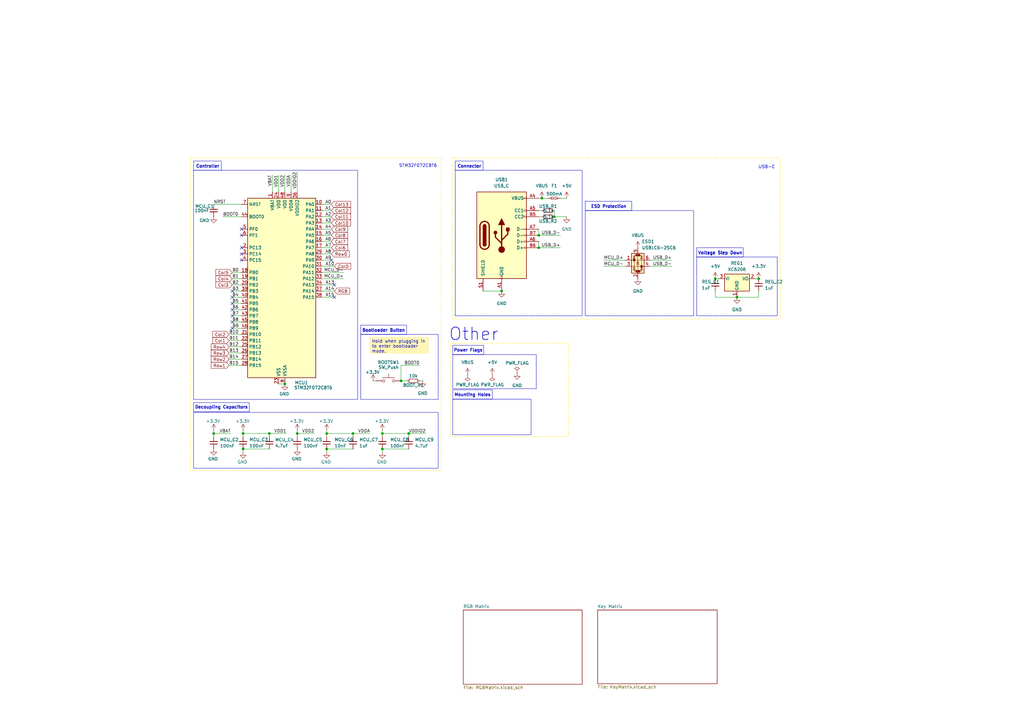
<source format=kicad_sch>
(kicad_sch (version 20231120) (generator "eeschema") (generator_version "8.0")
  (paper "A3")
  (lib_symbols
    (symbol "Connector:USB_C_Receptacle_USB2.0_14P" (pin_names (offset 1.016))
      (property "Reference" "J" (at 0 22.225 0))
      (property "Value" "USB_C_Receptacle_USB2.0_14P" (at 0 19.685 0))
      (symbol "USB_C_Receptacle_USB2.0_14P_0_0"
        (rectangle (start -0.254 -17.78) (end 0.254 -16.764))
        (rectangle (start 10.16 -4.826) (end 9.144 -5.334))
        (rectangle (start 10.16 -2.286) (end 9.144 -2.794))
        (rectangle (start 10.16 0.254) (end 9.144 -0.254))
        (rectangle (start 10.16 2.794) (end 9.144 2.286))
        (rectangle (start 10.16 7.874) (end 9.144 7.366))
        (rectangle (start 10.16 10.414) (end 9.144 9.906))
        (rectangle (start 10.16 15.494) (end 9.144 14.986))
      )
      (symbol "USB_C_Receptacle_USB2.0_14P_0_1"
        (rectangle (start -10.16 17.78) (end 10.16 -17.78) (stroke (width 0.254)) (fill (type background)))
        (arc (start -8.89 -3.81) (mid -6.985 -5.7067) (end -5.08 -3.81) (stroke (width 0.508)))
        (arc (start -7.62 -3.81) (mid -6.985 -4.4423) (end -6.35 -3.81) (stroke (width 0.254)))
        (arc (start -7.62 -3.81) (mid -6.985 -4.4423) (end -6.35 -3.81) (stroke (width 0.254)) (fill (type outline)))
        (rectangle (start -7.62 -3.81) (end -6.35 3.81) (stroke (width 0.254)) (fill (type outline)))
        (arc (start -6.35 3.81) (mid -6.985 4.4423) (end -7.62 3.81) (stroke (width 0.254)))
        (arc (start -6.35 3.81) (mid -6.985 4.4423) (end -7.62 3.81) (stroke (width 0.254)) (fill (type outline)))
        (arc (start -5.08 3.81) (mid -6.985 5.7067) (end -8.89 3.81) (stroke (width 0.508)))
        (circle (center -2.54 1.143) (radius 0.635) (stroke (width 0.254)) (fill (type outline)))
        (circle (center 0 -5.842) (radius 1.27) (fill (type outline)))
        (polyline (pts (xy -8.89 -3.81) (xy -8.89 3.81)) (stroke (width 0.508)))
        (polyline (pts (xy -5.08 3.81) (xy -5.08 -3.81)) (stroke (width 0.508)))
        (polyline (pts (xy 0 -5.842) (xy 0 4.318)) (stroke (width 0.508)))
        (polyline (pts (xy 0 -3.302) (xy -2.54 -0.762) (xy -2.54 0.508)) (stroke (width 0.508)))
        (polyline (pts (xy 0 -2.032) (xy 2.54 0.508) (xy 2.54 1.778)) (stroke (width 0.508)))
        (polyline (pts (xy -1.27 4.318) (xy 0 6.858) (xy 1.27 4.318) (xy -1.27 4.318)) (stroke (width 0.254)) (fill (type outline)))
        (rectangle (start 1.905 1.778) (end 3.175 3.048) (stroke (width 0.254)) (fill (type outline)))
      )
      (symbol "USB_C_Receptacle_USB2.0_14P_1_1"
        (pin passive line (at 0 -22.86 90) (length 5.08) (name "GND") (number "A1"))
        (pin passive line (at 0 -22.86 90) (length 5.08) hide (name "GND") (number "A12"))
        (pin passive line (at 15.24 15.24 180) (length 5.08) (name "VBUS") (number "A4"))
        (pin bidirectional line (at 15.24 10.16 180) (length 5.08) (name "CC1") (number "A5"))
        (pin bidirectional line (at 15.24 -2.54 180) (length 5.08) (name "D+") (number "A6"))
        (pin bidirectional line (at 15.24 2.54 180) (length 5.08) (name "D-") (number "A7"))
        (pin passive line (at 15.24 15.24 180) (length 5.08) hide (name "VBUS") (number "A9"))
        (pin passive line (at 0 -22.86 90) (length 5.08) hide (name "GND") (number "B1"))
        (pin passive line (at 0 -22.86 90) (length 5.08) hide (name "GND") (number "B12"))
        (pin passive line (at 15.24 15.24 180) (length 5.08) hide (name "VBUS") (number "B4"))
        (pin bidirectional line (at 15.24 7.62 180) (length 5.08) (name "CC2") (number "B5"))
        (pin bidirectional line (at 15.24 -5.08 180) (length 5.08) (name "D+") (number "B6"))
        (pin bidirectional line (at 15.24 0 180) (length 5.08) (name "D-") (number "B7"))
        (pin passive line (at 15.24 15.24 180) (length 5.08) hide (name "VBUS") (number "B9"))
        (pin passive line (at -7.62 -22.86 90) (length 5.08) (name "SHIELD") (number "S1"))
      )
    )
    (symbol "Device:C_Small" (pin_numbers hide) (pin_names (offset 0.254) hide)
      (property "Reference" "C" (at 0.254 1.778 0))
      (property "Value" "C_Small" (at 0.254 -2.032 0))
      (symbol "C_Small_0_1"
        (polyline (pts (xy -1.524 -0.508) (xy 1.524 -0.508)) (stroke (width 0.3302)))
        (polyline (pts (xy -1.524 0.508) (xy 1.524 0.508)) (stroke (width 0.3048)))
      )
      (symbol "C_Small_1_1"
        (pin passive line (at 0 2.54 270) (length 2.032) (name "~") (number "1"))
        (pin passive line (at 0 -2.54 90) (length 2.032) (name "~") (number "2"))
      )
    )
    (symbol "Device:Fuse_Small" (pin_numbers hide) (pin_names (offset 0.254) hide)
      (property "Reference" "F" (at 0 -1.524 0))
      (property "Value" "Fuse_Small" (at 0 1.524 0))
      (symbol "Fuse_Small_0_1"
        (rectangle (start -1.27 0.508) (end 1.27 -0.508))
        (polyline (pts (xy -1.27 0) (xy 1.27 0)))
      )
      (symbol "Fuse_Small_1_1"
        (pin passive line (at -2.54 0 0) (length 1.27) (name "~") (number "1"))
        (pin passive line (at 2.54 0 180) (length 1.27) (name "~") (number "2"))
      )
    )
    (symbol "Device:R_Small" (pin_numbers hide) (pin_names (offset 0.254) hide)
      (property "Reference" "R" (at 0.762 0.508 0))
      (property "Value" "R_Small" (at 0.762 -1.016 0))
      (symbol "R_Small_0_1"
        (rectangle (start -0.762 1.778) (end 0.762 -1.778) (stroke (width 0.2032)))
      )
      (symbol "R_Small_1_1"
        (pin passive line (at 0 2.54 270) (length 0.762) (name "~") (number "1"))
        (pin passive line (at 0 -2.54 90) (length 0.762) (name "~") (number "2"))
      )
    )
    (symbol "MCU_ST_STM32F0:STM32F072CBTx"
      (property "Reference" "U" (at -12.7 39.37 0))
      (property "Value" "STM32F072CBTx" (at 10.16 39.37 0))
      (symbol "STM32F072CBTx_0_1"
        (rectangle (start -12.7 -35.56) (end 15.24 38.1) (stroke (width 0.254)) (fill (type background)))
      )
      (symbol "STM32F072CBTx_1_1"
        (pin power_in line (at -2.54 40.64 270) (length 2.54) (name "VBAT") (number "1"))
        (pin bidirectional line (at 17.78 35.56 180) (length 2.54) (name "PA0") (number "10"))
        (pin bidirectional line (at 17.78 33.02 180) (length 2.54) (name "PA1") (number "11"))
        (pin bidirectional line (at 17.78 30.48 180) (length 2.54) (name "PA2") (number "12"))
        (pin bidirectional line (at 17.78 27.94 180) (length 2.54) (name "PA3") (number "13"))
        (pin bidirectional line (at 17.78 25.4 180) (length 2.54) (name "PA4") (number "14"))
        (pin bidirectional line (at 17.78 22.86 180) (length 2.54) (name "PA5") (number "15"))
        (pin bidirectional line (at 17.78 20.32 180) (length 2.54) (name "PA6") (number "16"))
        (pin bidirectional line (at 17.78 17.78 180) (length 2.54) (name "PA7") (number "17"))
        (pin bidirectional line (at -15.24 7.62 0) (length 2.54) (name "PB0") (number "18"))
        (pin bidirectional line (at -15.24 5.08 0) (length 2.54) (name "PB1") (number "19"))
        (pin bidirectional line (at -15.24 17.78 0) (length 2.54) (name "PC13") (number "2"))
        (pin bidirectional line (at -15.24 2.54 0) (length 2.54) (name "PB2") (number "20"))
        (pin bidirectional line (at -15.24 -17.78 0) (length 2.54) (name "PB10") (number "21"))
        (pin bidirectional line (at -15.24 -20.32 0) (length 2.54) (name "PB11") (number "22"))
        (pin power_in line (at 0 -38.1 90) (length 2.54) (name "VSS") (number "23"))
        (pin power_in line (at 0 40.64 270) (length 2.54) (name "VDD") (number "24"))
        (pin bidirectional line (at -15.24 -22.86 0) (length 2.54) (name "PB12") (number "25"))
        (pin bidirectional line (at -15.24 -25.4 0) (length 2.54) (name "PB13") (number "26"))
        (pin bidirectional line (at -15.24 -27.94 0) (length 2.54) (name "PB14") (number "27"))
        (pin bidirectional line (at -15.24 -30.48 0) (length 2.54) (name "PB15") (number "28"))
        (pin bidirectional line (at 17.78 15.24 180) (length 2.54) (name "PA8") (number "29"))
        (pin bidirectional line (at -15.24 15.24 0) (length 2.54) (name "PC14") (number "3"))
        (pin bidirectional line (at 17.78 12.7 180) (length 2.54) (name "PA9") (number "30"))
        (pin bidirectional line (at 17.78 10.16 180) (length 2.54) (name "PA10") (number "31"))
        (pin bidirectional line (at 17.78 7.62 180) (length 2.54) (name "PA11") (number "32"))
        (pin bidirectional line (at 17.78 5.08 180) (length 2.54) (name "PA12") (number "33"))
        (pin bidirectional line (at 17.78 2.54 180) (length 2.54) (name "PA13") (number "34"))
        (pin passive line (at 0 -38.1 90) (length 2.54) hide (name "VSS") (number "35"))
        (pin power_in line (at 7.62 40.64 270) (length 2.54) (name "VDDIO2") (number "36"))
        (pin bidirectional line (at 17.78 0 180) (length 2.54) (name "PA14") (number "37"))
        (pin bidirectional line (at 17.78 -2.54 180) (length 2.54) (name "PA15") (number "38"))
        (pin bidirectional line (at -15.24 0 0) (length 2.54) (name "PB3") (number "39"))
        (pin bidirectional line (at -15.24 12.7 0) (length 2.54) (name "PC15") (number "4"))
        (pin bidirectional line (at -15.24 -2.54 0) (length 2.54) (name "PB4") (number "40"))
        (pin bidirectional line (at -15.24 -5.08 0) (length 2.54) (name "PB5") (number "41"))
        (pin bidirectional line (at -15.24 -7.62 0) (length 2.54) (name "PB6") (number "42"))
        (pin bidirectional line (at -15.24 -10.16 0) (length 2.54) (name "PB7") (number "43"))
        (pin input line (at -15.24 30.48 0) (length 2.54) (name "BOOT0") (number "44"))
        (pin bidirectional line (at -15.24 -12.7 0) (length 2.54) (name "PB8") (number "45"))
        (pin bidirectional line (at -15.24 -15.24 0) (length 2.54) (name "PB9") (number "46"))
        (pin passive line (at 0 -38.1 90) (length 2.54) hide (name "VSS") (number "47"))
        (pin power_in line (at 2.54 40.64 270) (length 2.54) (name "VDD") (number "48"))
        (pin bidirectional line (at -15.24 25.4 0) (length 2.54) (name "PF0") (number "5"))
        (pin bidirectional line (at -15.24 22.86 0) (length 2.54) (name "PF1") (number "6"))
        (pin input line (at -15.24 35.56 0) (length 2.54) (name "NRST") (number "7"))
        (pin power_in line (at 2.54 -38.1 90) (length 2.54) (name "VSSA") (number "8"))
        (pin power_in line (at 5.08 40.64 270) (length 2.54) (name "VDDA") (number "9"))
      )
    )
    (symbol "Power_Protection:USBLC6-2SC6" (pin_names hide)
      (property "Reference" "U" (at 0.635 5.715 0))
      (property "Value" "USBLC6-2SC6" (at 0.635 3.81 0))
      (symbol "USBLC6-2SC6_0_0"
        (circle (center -1.524 0) (radius 0.0001) (stroke (width 0.508)))
        (circle (center -0.508 -4.572) (radius 0.0001) (stroke (width 0.508)))
        (circle (center -0.508 2.032) (radius 0.0001) (stroke (width 0.508)))
        (circle (center 0.508 -4.572) (radius 0.0001) (stroke (width 0.508)))
        (circle (center 0.508 2.032) (radius 0.0001) (stroke (width 0.508)))
        (circle (center 1.524 -2.54) (radius 0.0001) (stroke (width 0.508)))
      )
      (symbol "USBLC6-2SC6_0_1"
        (polyline (pts (xy -2.54 -2.54) (xy 2.54 -2.54)))
        (polyline (pts (xy -2.54 0) (xy 2.54 0)))
        (polyline (pts (xy -2.032 -3.048) (xy -1.016 -3.048)))
        (polyline (pts (xy -1.016 1.524) (xy -2.032 1.524)))
        (polyline (pts (xy 1.016 -3.048) (xy 2.032 -3.048)))
        (polyline (pts (xy 1.016 1.524) (xy 2.032 1.524)))
        (polyline (pts (xy -0.508 -1.143) (xy -0.508 -0.762) (xy 0.508 -0.762)))
        (polyline (pts (xy -2.032 0.508) (xy -1.016 0.508) (xy -1.524 1.524) (xy -2.032 0.508)))
        (polyline (pts (xy -1.016 -4.064) (xy -2.032 -4.064) (xy -1.524 -3.048) (xy -1.016 -4.064)))
        (polyline (pts (xy 0.508 -1.778) (xy -0.508 -1.778) (xy 0 -0.762) (xy 0.508 -1.778)))
        (polyline (pts (xy 2.032 -4.064) (xy 1.016 -4.064) (xy 1.524 -3.048) (xy 2.032 -4.064)))
        (polyline (pts (xy 2.032 0.508) (xy 1.016 0.508) (xy 1.524 1.524) (xy 2.032 0.508)))
        (polyline (pts (xy 0 2.54) (xy -0.508 2.032) (xy 0.508 2.032) (xy 0 1.524) (xy 0 -4.064) (xy -0.508 -4.572) (xy 0.508 -4.572) (xy 0 -5.08)))
      )
      (symbol "USBLC6-2SC6_1_1"
        (rectangle (start -2.54 2.794) (end 2.54 -5.334) (stroke (width 0.254)) (fill (type background)))
        (polyline (pts (xy -0.508 2.032) (xy -1.524 2.032) (xy -1.524 -4.572) (xy -0.508 -4.572)))
        (polyline (pts (xy 0.508 -4.572) (xy 1.524 -4.572) (xy 1.524 2.032) (xy 0.508 2.032)))
        (pin passive line (at -5.08 0 0) (length 2.54) (name "I/O1") (number "1"))
        (pin passive line (at 0 -7.62 90) (length 2.54) (name "GND") (number "2"))
        (pin passive line (at -5.08 -2.54 0) (length 2.54) (name "I/O2") (number "3"))
        (pin passive line (at 5.08 -2.54 180) (length 2.54) (name "I/O2") (number "4"))
        (pin passive line (at 0 5.08 270) (length 2.54) (name "VBUS") (number "5"))
        (pin passive line (at 5.08 0 180) (length 2.54) (name "I/O1") (number "6"))
      )
    )
    (symbol "Regulator_Linear:XC6206PxxxMR" (pin_names (offset 0.254))
      (property "Reference" "U" (at -3.81 3.175 0))
      (property "Value" "XC6206PxxxMR" (at 0 3.175 0))
      (symbol "XC6206PxxxMR_0_1"
        (rectangle (start -5.08 1.905) (end 5.08 -5.08) (stroke (width 0.254)) (fill (type background)))
      )
      (symbol "XC6206PxxxMR_1_1"
        (pin power_in line (at 0 -7.62 90) (length 2.54) (name "GND") (number "1"))
        (pin power_out line (at 7.62 0 180) (length 2.54) (name "VO") (number "2"))
        (pin power_in line (at -7.62 0 0) (length 2.54) (name "VI") (number "3"))
      )
    )
    (symbol "Switch:SW_Push" (pin_numbers hide) (pin_names (offset 1.016) hide)
      (property "Reference" "SW" (at 1.27 2.54 0))
      (property "Value" "SW_Push" (at 0 -1.524 0))
      (symbol "SW_Push_0_1"
        (circle (center -2.032 0) (radius 0.508))
        (polyline (pts (xy 0 1.27) (xy 0 3.048)))
        (polyline (pts (xy 2.54 1.27) (xy -2.54 1.27)))
        (circle (center 2.032 0) (radius 0.508))
        (pin passive line (at -5.08 0 0) (length 2.54) (name "1") (number "1"))
        (pin passive line (at 5.08 0 180) (length 2.54) (name "2") (number "2"))
      )
    )
    (symbol "power:+3.3V" (power) (pin_numbers hide) (pin_names (offset 0) hide)
      (property "Value" "+3.3V" (at 0 3.556 0))
      (symbol "+3.3V_0_1"
        (polyline (pts (xy -0.762 1.27) (xy 0 2.54)))
        (polyline (pts (xy 0 0) (xy 0 2.54)))
        (polyline (pts (xy 0 2.54) (xy 0.762 1.27)))
      )
      (symbol "+3.3V_1_1"
        (pin power_in line (at 0 0 90) (length 0) (name "~") (number "1"))
      )
    )
    (symbol "power:+5V" (power) (pin_numbers hide) (pin_names (offset 0) hide)
      (property "Value" "+5V" (at 0 3.556 0))
      (symbol "+5V_0_1"
        (polyline (pts (xy -0.762 1.27) (xy 0 2.54)))
        (polyline (pts (xy 0 0) (xy 0 2.54)))
        (polyline (pts (xy 0 2.54) (xy 0.762 1.27)))
      )
      (symbol "+5V_1_1"
        (pin power_in line (at 0 0 90) (length 0) (name "~") (number "1"))
      )
    )
    (symbol "power:GND" (power) (pin_numbers hide) (pin_names (offset 0) hide)
      (property "Value" "GND" (at 0 -3.81 0))
      (symbol "GND_0_1"
        (polyline (pts (xy 0 0) (xy 0 -1.27) (xy 1.27 -1.27) (xy 0 -2.54) (xy -1.27 -1.27) (xy 0 -1.27)))
      )
      (symbol "GND_1_1"
        (pin power_in line (at 0 0 270) (length 0) (name "~") (number "1"))
      )
    )
    (symbol "power:PWR_FLAG" (power) (pin_numbers hide) (pin_names (offset 0) hide)
      (property "Value" "PWR_FLAG" (at 0 3.81 0))
      (symbol "PWR_FLAG_0_0"
        (pin power_out line (at 0 0 90) (length 0) (name "~") (number "1"))
      )
      (symbol "PWR_FLAG_0_1"
        (polyline (pts (xy 0 0) (xy 0 1.27) (xy -1.016 1.905) (xy 0 2.54) (xy 1.016 1.905) (xy 0 1.27)))
      )
    )
    (symbol "power:VBUS" (power) (pin_numbers hide) (pin_names (offset 0) hide)
      (property "Value" "VBUS" (at 0 3.556 0))
      (symbol "VBUS_0_1"
        (polyline (pts (xy -0.762 1.27) (xy 0 2.54)))
        (polyline (pts (xy 0 0) (xy 0 2.54)))
        (polyline (pts (xy 0 2.54) (xy 0.762 1.27)))
      )
      (symbol "VBUS_1_1"
        (pin power_in line (at 0 0 90) (length 0) (name "~") (number "1"))
      )
    )
  )
  (junction (at 99.695 184.15))
  (junction (at 220.98 96.52))
  (junction (at 167.64 177.8))
  (junction (at 227.33 88.9))
  (junction (at 164.465 156.21))
  (junction (at 311.15 114.3))
  (junction (at 156.845 177.8))
  (junction (at 133.985 184.15))
  (junction (at 110.49 177.8))
  (junction (at 156.845 184.15))
  (junction (at 222.25 81.28))
  (junction (at 293.37 114.3))
  (junction (at 302.26 121.92))
  (junction (at 121.92 177.8))
  (junction (at 99.695 177.8))
  (junction (at 116.84 157.48))
  (junction (at 144.78 177.8))
  (junction (at 205.74 119.38))
  (junction (at 220.98 101.6))
  (junction (at 87.63 177.8))
  (junction (at 133.985 177.8))
  (no_connect (at 95.25 134.62))
  (no_connect (at 95.25 119.38))
  (no_connect (at 95.25 132.08))
  (no_connect (at 137.16 116.84))
  (no_connect (at 95.25 124.46))
  (no_connect (at 137.16 121.92))
  (no_connect (at 95.25 127))
  (no_connect (at 99.06 96.52))
  (no_connect (at 95.25 129.54))
  (no_connect (at 99.06 101.6))
  (no_connect (at 99.06 106.68))
  (no_connect (at 135.89 106.68))
  (no_connect (at 99.06 93.98))
  (no_connect (at 99.06 104.14))
  (no_connect (at 95.25 121.92))
  (wire (pts (xy 222.25 81.28) (xy 224.79 81.28)))
  (wire (pts (xy 156.845 177.8) (xy 167.64 177.8)))
  (wire (pts (xy 95.25 132.08) (xy 99.06 132.08)))
  (wire (pts (xy 172.085 156.21) (xy 173.355 156.21)))
  (wire (pts (xy 114.3 71.755) (xy 114.3 78.74)))
  (wire (pts (xy 275.59 106.68) (xy 266.7 106.68)))
  (wire (pts (xy 164.465 156.21) (xy 167.005 156.21)))
  (wire (pts (xy 133.985 176.53) (xy 133.985 177.8)))
  (wire (pts (xy 132.08 93.98) (xy 135.89 93.98)))
  (wire (pts (xy 132.08 99.06) (xy 135.89 99.06)))
  (wire (pts (xy 229.87 96.52) (xy 220.98 96.52)))
  (wire (pts (xy 133.985 177.8) (xy 144.78 177.8)))
  (wire (pts (xy 311.15 119.38) (xy 311.15 121.92)))
  (wire (pts (xy 198.12 119.38) (xy 205.74 119.38)))
  (wire (pts (xy 227.33 88.9) (xy 232.41 88.9)))
  (wire (pts (xy 220.98 93.98) (xy 220.98 96.52)))
  (wire (pts (xy 144.78 177.8) (xy 151.765 177.8)))
  (wire (pts (xy 220.98 86.36) (xy 222.25 86.36)))
  (wire (pts (xy 116.84 71.755) (xy 116.84 78.74)))
  (wire (pts (xy 156.845 184.15) (xy 167.64 184.15)))
  (wire (pts (xy 132.08 104.14) (xy 135.89 104.14)))
  (wire (pts (xy 132.08 106.68) (xy 135.89 106.68)))
  (wire (pts (xy 94.615 177.8) (xy 87.63 177.8)))
  (wire (pts (xy 140.97 114.3) (xy 132.08 114.3)))
  (wire (pts (xy 156.845 176.53) (xy 156.845 177.8)))
  (wire (pts (xy 99.695 177.8) (xy 110.49 177.8)))
  (wire (pts (xy 220.98 88.9) (xy 222.25 88.9)))
  (wire (pts (xy 99.695 176.53) (xy 99.695 177.8)))
  (wire (pts (xy 95.25 134.62) (xy 99.06 134.62)))
  (wire (pts (xy 132.08 101.6) (xy 135.89 101.6)))
  (wire (pts (xy 164.465 149.86) (xy 164.465 156.21)))
  (wire (pts (xy 133.985 177.8) (xy 133.985 179.07)))
  (wire (pts (xy 156.845 177.8) (xy 156.845 179.07)))
  (wire (pts (xy 95.25 114.3) (xy 99.06 114.3)))
  (wire (pts (xy 167.64 177.8) (xy 167.64 179.07)))
  (wire (pts (xy 93.98 142.24) (xy 99.06 142.24)))
  (wire (pts (xy 99.695 184.15) (xy 110.49 184.15)))
  (wire (pts (xy 95.25 111.76) (xy 99.06 111.76)))
  (wire (pts (xy 293.37 121.92) (xy 302.26 121.92)))
  (wire (pts (xy 121.92 176.53) (xy 121.92 177.8)))
  (wire (pts (xy 220.98 81.28) (xy 222.25 81.28)))
  (wire (pts (xy 93.98 147.32) (xy 99.06 147.32)))
  (wire (pts (xy 153.035 156.21) (xy 154.305 156.21)))
  (wire (pts (xy 93.98 144.78) (xy 99.06 144.78)))
  (wire (pts (xy 132.08 86.36) (xy 135.89 86.36)))
  (wire (pts (xy 132.08 83.82) (xy 135.89 83.82)))
  (wire (pts (xy 132.08 91.44) (xy 135.89 91.44)))
  (wire (pts (xy 227.33 86.36) (xy 227.33 88.9)))
  (wire (pts (xy 95.25 129.54) (xy 99.06 129.54)))
  (wire (pts (xy 95.25 121.92) (xy 99.06 121.92)))
  (wire (pts (xy 110.49 177.8) (xy 117.475 177.8)))
  (wire (pts (xy 95.25 124.46) (xy 99.06 124.46)))
  (wire (pts (xy 293.37 119.38) (xy 293.37 121.92)))
  (wire (pts (xy 93.98 139.7) (xy 99.06 139.7)))
  (wire (pts (xy 293.37 114.3) (xy 294.64 114.3)))
  (wire (pts (xy 247.65 106.68) (xy 256.54 106.68)))
  (wire (pts (xy 114.3 157.48) (xy 116.84 157.48)))
  (wire (pts (xy 229.87 101.6) (xy 220.98 101.6)))
  (wire (pts (xy 132.08 121.92) (xy 137.16 121.92)))
  (wire (pts (xy 87.63 177.8) (xy 87.63 179.07)))
  (wire (pts (xy 309.88 114.3) (xy 311.15 114.3)))
  (wire (pts (xy 121.92 177.8) (xy 121.92 179.07)))
  (wire (pts (xy 144.78 177.8) (xy 144.78 179.07)))
  (wire (pts (xy 220.98 99.06) (xy 220.98 101.6)))
  (wire (pts (xy 133.985 184.15) (xy 144.78 184.15)))
  (wire (pts (xy 95.25 116.84) (xy 99.06 116.84)))
  (wire (pts (xy 87.63 83.82) (xy 99.06 83.82)))
  (wire (pts (xy 140.97 111.76) (xy 132.08 111.76)))
  (wire (pts (xy 132.08 96.52) (xy 135.89 96.52)))
  (wire (pts (xy 99.695 177.8) (xy 99.695 179.07)))
  (wire (pts (xy 132.08 109.22) (xy 137.16 109.22)))
  (wire (pts (xy 167.64 177.8) (xy 174.625 177.8)))
  (wire (pts (xy 91.44 88.9) (xy 99.06 88.9)))
  (wire (pts (xy 229.87 81.28) (xy 232.41 81.28)))
  (wire (pts (xy 156.845 185.42) (xy 156.845 184.15)))
  (wire (pts (xy 93.98 149.86) (xy 99.06 149.86)))
  (wire (pts (xy 93.98 137.16) (xy 99.06 137.16)))
  (wire (pts (xy 128.905 177.8) (xy 121.92 177.8)))
  (wire (pts (xy 132.08 119.38) (xy 137.16 119.38)))
  (wire (pts (xy 121.92 70.485) (xy 121.92 78.74)))
  (wire (pts (xy 99.695 185.42) (xy 99.695 184.15)))
  (wire (pts (xy 302.26 121.92) (xy 311.15 121.92)))
  (wire (pts (xy 275.59 109.22) (xy 266.7 109.22)))
  (wire (pts (xy 133.985 185.42) (xy 133.985 184.15)))
  (wire (pts (xy 247.65 109.22) (xy 256.54 109.22)))
  (wire (pts (xy 132.08 88.9) (xy 135.89 88.9)))
  (wire (pts (xy 172.085 149.86) (xy 164.465 149.86)))
  (wire (pts (xy 132.08 116.84) (xy 137.16 116.84)))
  (wire (pts (xy 110.49 177.8) (xy 110.49 179.07)))
  (wire (pts (xy 95.25 127) (xy 99.06 127)))
  (wire (pts (xy 119.38 71.755) (xy 119.38 78.74)))
  (wire (pts (xy 95.25 119.38) (xy 99.06 119.38)))
  (wire (pts (xy 111.76 71.755) (xy 111.76 78.74)))
  (wire (pts (xy 87.63 176.53) (xy 87.63 177.8)))
  (rectangle (start 185.674 145.415) (end 219.964 159.385))
  (rectangle (start 184.912 140.716) (end 233.172 179.07) (stroke (width 0) (type dash) (color 255 229 36 1)))
  (rectangle (start 285.75 101.6) (end 304.8 105.41))
  (rectangle (start 186.69 66.04) (end 198.12 69.85))
  (rectangle (start 285.75 105.41) (end 318.77 129.54))
  (rectangle (start 186.69 69.85) (end 238.76 129.54))
  (rectangle (start 79.375 165.1) (end 102.235 168.91))
  (rectangle (start 185.674 141.605) (end 198.374 145.415))
  (rectangle (start 79.375 69.85) (end 146.685 163.83))
  (rectangle (start 185.674 159.893) (end 201.93 163.703))
  (rectangle (start 147.955 133.35) (end 166.751 137.16))
  (rectangle (start 185.674 163.703) (end 217.805 178.308))
  (rectangle (start 240.03 82.55) (end 259.08 86.36))
  (rectangle (start 240.03 86.36) (end 284.48 129.54))
  (rectangle (start 147.955 137.16) (end 179.705 163.83))
  (rectangle (start 78.105 64.77) (end 180.975 193.04) (stroke (width 0) (type dash) (color 255 229 36 1)))
  (rectangle (start 79.375 66.04) (end 90.805 69.85))
  (rectangle (start 79.375 169.164) (end 179.705 192.024))
  (rectangle (start 185.42 64.77) (end 320.04 130.81) (stroke (width 0) (type dash) (color 255 229 36 1)))
  (text_box "Hold when plugging in to enter bootloader mode." (at 151.511 138.176 0) (size 24.384 6.858) (stroke (width -0.0001)) (fill (type color) (color 255 229 36 0.33)) (effects (font (size 1.27 1.27)) (justify left top)))
  (text "Controller\n" (at 85.217 68.326 0) (effects (font (size 1.27 1.27) (thickness 0.254) (bold yes))))
  (text "USB-C\n" (at 314.452 68.58 0) (effects (font (size 1.27 1.27))))
  (text "Mounting Holes" (at 193.802 162.052 0) (effects (font (size 1.27 1.27) (thickness 0.254) (bold yes))))
  (text "Voltage Step Down" (at 295.402 103.886 0) (effects (font (size 1.27 1.27) (thickness 0.254) (bold yes))))
  (text "Power Flags" (at 192.024 143.764 0) (effects (font (size 1.27 1.27) (thickness 0.254) (bold yes))))
  (text "ESD Protection" (at 249.682 84.836 0) (effects (font (size 1.27 1.27) (thickness 0.254) (bold yes))))
  (text "Connector\n" (at 192.532 68.326 0) (effects (font (size 1.27 1.27) (thickness 0.254) (bold yes))))
  (text "Decoupling Capacitors" (at 90.805 167.132 0) (effects (font (size 1.27 1.27) (thickness 0.254) (bold yes))))
  (text "STM32F072CBT6" (at 171.45 68.072 0) (effects (font (size 1.27 1.27))))
  (text "Other" (at 194.31 137.16 0) (effects (font (size 5.08 5.08) (thickness 0.254) (bold yes))))
  (text "Bootloader Button" (at 157.353 135.636 0) (effects (font (size 1.27 1.27) (thickness 0.254) (bold yes))))
  (label "A1" (at 135.89 86.36 180))
  (label "A15" (at 137.16 121.92 180))
  (label "VDD1" (at 114.3 71.755 270))
  (label "VDDIO2" (at 174.625 177.8 180))
  (label "B0" (at 95.25 111.76 0))
  (label "BOOT0" (at 91.44 88.9 0))
  (label "A10" (at 137.16 109.22 180))
  (label "MCU_D-" (at 247.65 109.22 0))
  (label "A13" (at 137.16 116.84 180))
  (label "A14" (at 137.16 119.38 180))
  (label "B9" (at 95.25 134.62 0))
  (label "B1" (at 95.25 114.3 0))
  (label "A9" (at 135.89 106.68 180))
  (label "VDD2" (at 128.905 177.8 180))
  (label "VDD1" (at 117.475 177.8 180))
  (label "NRST" (at 87.63 83.82 0))
  (label "B14" (at 93.98 147.32 0))
  (label "B8" (at 95.25 132.08 0))
  (label "MCU_D+" (at 140.97 114.3 180))
  (label "A2" (at 135.89 88.9 180))
  (label "MCU_D+" (at 247.65 106.68 0))
  (label "VDDA" (at 119.38 71.755 270))
  (label "VBAT" (at 94.615 177.8 180))
  (label "VDDIO2" (at 121.92 70.485 270))
  (label "B5" (at 95.25 124.46 0))
  (label "A8" (at 135.89 104.14 180))
  (label "USB_D-" (at 275.59 109.22 180))
  (label "A7" (at 135.89 101.6 180))
  (label "B12" (at 93.98 142.24 0))
  (label "B13" (at 93.98 144.78 0))
  (label "VDDA" (at 151.765 177.8 180))
  (label "BOOT0" (at 172.085 149.86 180))
  (label "A3" (at 135.89 91.44 180))
  (label "USB_D-" (at 229.87 96.52 180))
  (label "A6" (at 135.89 99.06 180))
  (label "USB_D+" (at 229.87 101.6 180))
  (label "USB_D+" (at 275.59 106.68 180))
  (label "VBAT" (at 111.76 71.755 270))
  (label "B4" (at 95.25 121.92 0))
  (label "B7" (at 95.25 129.54 0))
  (label "VDD2" (at 116.84 71.755 270))
  (label "B3" (at 95.25 119.38 0))
  (label "B2" (at 95.25 116.84 0))
  (label "B15" (at 93.98 149.86 0))
  (label "B10" (at 93.98 137.16 0))
  (label "A0" (at 135.89 83.82 180))
  (label "MCU_D-" (at 140.97 111.76 180))
  (label "A4" (at 135.89 93.98 180))
  (label "B6" (at 95.25 127 0))
  (label "B11" (at 93.98 139.7 0))
  (label "A5" (at 135.89 96.52 180))
  (global_label "Col13" (shape input) (at 135.89 83.82 0) (property "Intersheetrefs" "${INTERSHEET_REFS}" (effects (hide yes))))
  (global_label "Col4" (shape input) (at 95.25 114.3 180) (property "Intersheetrefs" "${INTERSHEET_REFS}" (effects (hide yes))))
  (global_label "Col3" (shape input) (at 95.25 116.84 180) (property "Intersheetrefs" "${INTERSHEET_REFS}" (effects (hide yes))))
  (global_label "Col5" (shape input) (at 95.25 111.76 180) (property "Intersheetrefs" "${INTERSHEET_REFS}" (effects (hide yes))))
  (global_label "Row2" (shape input) (at 93.98 147.32 180) (property "Intersheetrefs" "${INTERSHEET_REFS}" (effects (hide yes))))
  (global_label "Col0" (shape input) (at 137.16 109.22 0) (property "Intersheetrefs" "${INTERSHEET_REFS}" (effects (hide yes))))
  (global_label "Row3" (shape input) (at 93.98 144.78 180) (property "Intersheetrefs" "${INTERSHEET_REFS}" (effects (hide yes))))
  (global_label "Col12" (shape input) (at 135.89 86.36 0) (property "Intersheetrefs" "${INTERSHEET_REFS}" (effects (hide yes))))
  (global_label "Row4" (shape input) (at 93.98 142.24 180) (property "Intersheetrefs" "${INTERSHEET_REFS}" (effects (hide yes))))
  (global_label "RGB" (shape input) (at 137.16 119.38 0) (property "Intersheetrefs" "${INTERSHEET_REFS}" (effects (hide yes))))
  (global_label "Col7" (shape input) (at 135.89 99.06 0) (property "Intersheetrefs" "${INTERSHEET_REFS}" (effects (hide yes))))
  (global_label "Col6" (shape input) (at 135.89 101.6 0) (property "Intersheetrefs" "${INTERSHEET_REFS}" (effects (hide yes))))
  (global_label "Row0" (shape input) (at 135.89 104.14 0) (property "Intersheetrefs" "${INTERSHEET_REFS}" (effects (hide yes))))
  (global_label "Col10" (shape input) (at 135.89 91.44 0) (property "Intersheetrefs" "${INTERSHEET_REFS}" (effects (hide yes))))
  (global_label "Col8" (shape input) (at 135.89 96.52 0) (property "Intersheetrefs" "${INTERSHEET_REFS}" (effects (hide yes))))
  (global_label "Col2" (shape input) (at 93.98 137.16 180) (property "Intersheetrefs" "${INTERSHEET_REFS}" (effects (hide yes))))
  (global_label "Col1" (shape input) (at 93.98 139.7 180) (property "Intersheetrefs" "${INTERSHEET_REFS}" (effects (hide yes))))
  (global_label "Col9" (shape input) (at 135.89 93.98 0) (property "Intersheetrefs" "${INTERSHEET_REFS}" (effects (hide yes))))
  (global_label "Col11" (shape input) (at 135.89 88.9 0) (property "Intersheetrefs" "${INTERSHEET_REFS}" (effects (hide yes))))
  (global_label "Row1" (shape input) (at 93.98 149.86 180) (property "Intersheetrefs" "${INTERSHEET_REFS}" (effects (hide yes))))
  (symbol (lib_id "power:VBUS") (at 222.25 81.28 0) (unit 1)
    (property "Reference" "#PWR01" (effects (hide yes)))
    (property "Value" "VBUS" (at 222.25 76.2 0))
    (property "Description" "Power symbol creates a global label with name \"VBUS\"" (effects (hide yes)))
  )
  (symbol (lib_id "Device:C_Small") (at 87.63 181.61 180) (unit 1)
    (property "Reference" "MCU_C2" (at 90.17 180.3335 0) (effects (justify right)))
    (property "Value" "100nF" (at 90.17 182.8735 0) (effects (justify right)))
    (property "Footprint" "PCM_Capacitor_SMD_AKL:C_0603_1608Metric" (effects (hide yes)))
    (property "Description" "Unpolarized capacitor, small symbol" (effects (hide yes)))
    (property "LCSC" "C1591" (effects (hide yes)))
    (property "MPN" "CL05B104KB54PNC" (effects (hide yes)))
  )
  (symbol (lib_id "Device:C_Small") (at 110.49 181.61 180) (unit 1)
    (property "Reference" "MCU_C4" (at 112.8141 180.3914 0) (effects (justify right)))
    (property "Value" "4.7uF" (at 112.8141 182.8157 0) (effects (justify right)))
    (property "Footprint" "PCM_Capacitor_SMD_AKL:C_0603_1608Metric" (effects (hide yes)))
    (property "Description" "Unpolarized capacitor, small symbol" (effects (hide yes)))
    (property "LCSC" "C19666" (effects (hide yes)))
    (property "MPN" "CL05A475MP5NRNC" (effects (hide yes)))
  )
  (symbol (lib_id "Device:R_Small") (at 224.79 86.36 90) (unit 1)
    (property "Reference" "USB_R1" (at 224.79 84.582 90))
    (property "Value" "5.1k" (at 225.044 86.36 90))
    (property "Footprint" "PCM_Resistor_SMD_AKL:R_0603_1608Metric" (effects (hide yes)))
    (property "Description" "Resistor, small symbol" (effects (hide yes)))
    (property "LCSC" "C23186" (effects (hide yes)))
  )
  (symbol (lib_id "Regulator_Linear:XC6206PxxxMR") (at 302.26 114.3 0) (unit 1)
    (property "Reference" "REG1" (at 302.26 107.95 0))
    (property "Value" "XC6206" (at 302.26 110.49 0))
    (property "Footprint" "Package_TO_SOT_SMD:SOT-23-3" (effects (hide yes)))
    (property "Datasheet" "https://www.torexsemi.com/file/xc6206/XC6206.pdf" (effects (hide yes)))
    (property "Description" "Positive 60-250mA Low Dropout Regulator, Fixed Output, SOT-23" (effects (hide yes)))
    (property "LCSC" "C5446" (effects (hide yes)))
    (property "JlcRotOffset" "180" (effects (hide yes)))
  )
  (symbol (lib_id "power:GND") (at 99.695 185.42 0) (unit 1)
    (property "Reference" "#PWR024" (effects (hide yes)))
    (property "Value" "GND" (at 99.441 189.484 0))
    (property "Description" "Power symbol creates a global label with name \"GND\" , ground" (effects (hide yes)))
  )
  (symbol (lib_id "Device:C_Small") (at 167.64 181.61 180) (unit 1)
    (property "Reference" "MCU_C9" (at 170.18 180.3335 0) (effects (justify right)))
    (property "Value" "4.7uF" (at 170.18 182.8735 0) (effects (justify right)))
    (property "Footprint" "PCM_Capacitor_SMD_AKL:C_0603_1608Metric" (effects (hide yes)))
    (property "Description" "Unpolarized capacitor, small symbol" (effects (hide yes)))
    (property "LCSC" "C19666" (effects (hide yes)))
    (property "MPN" "CL05A475MP5NRNC" (effects (hide yes)))
  )
  (symbol (lib_id "power:+3.3V") (at 156.845 176.53 0) (unit 1)
    (property "Reference" "#PWR021" (effects (hide yes)))
    (property "Value" "+3.3V" (at 156.591 172.72 0))
    (property "Description" "Power symbol creates a global label with name \"+3.3V\"" (effects (hide yes)))
  )
  (symbol (lib_id "power:GND") (at 156.845 185.42 0) (unit 1)
    (property "Reference" "#PWR026" (effects (hide yes)))
    (property "Value" "GND" (at 156.591 189.484 0))
    (property "Description" "Power symbol creates a global label with name \"GND\" , ground" (effects (hide yes)))
  )
  (symbol (lib_id "Device:C_Small") (at 293.37 116.84 0) (unit 1)
    (property "Reference" "REG_C1" (at 287.782 115.57 0) (effects (justify left)))
    (property "Value" "1uF" (at 287.782 118.11 0) (effects (justify left)))
    (property "Footprint" "PCM_Capacitor_SMD_AKL:C_0603_1608Metric" (effects (hide yes)))
    (property "Description" "Unpolarized capacitor, small symbol" (effects (hide yes)))
    (property "LCSC" "C15849" (effects (hide yes)))
  )
  (symbol (lib_id "Device:C_Small") (at 144.78 181.61 180) (unit 1)
    (property "Reference" "MCU_C7" (at 147.32 180.3335 0) (effects (justify right)))
    (property "Value" "1uF" (at 147.32 182.8735 0) (effects (justify right)))
    (property "Footprint" "PCM_Capacitor_SMD_AKL:C_0603_1608Metric" (effects (hide yes)))
    (property "Description" "Unpolarized capacitor, small symbol" (effects (hide yes)))
    (property "LCSC" "C15849" (effects (hide yes)))
    (property "MPN" "CL05A105KA5NQNC" (effects (hide yes)))
  )
  (symbol (lib_id "Device:C_Small") (at 133.985 181.61 180) (unit 1)
    (property "Reference" "MCU_C6" (at 137.16 180.3335 0) (effects (justify right)))
    (property "Value" "10nF" (at 137.16 182.8735 0) (effects (justify right)))
    (property "Footprint" "PCM_Capacitor_SMD_AKL:C_0603_1608Metric" (effects (hide yes)))
    (property "Description" "Unpolarized capacitor, small symbol" (effects (hide yes)))
    (property "LCSC" "C57112" (effects (hide yes)))
    (property "MPN" "CL05B103KB5NNNC" (effects (hide yes)))
  )
  (symbol (lib_id "power:GND") (at 302.26 121.92 0) (unit 1)
    (property "Reference" "#PWR010" (effects (hide yes)))
    (property "Value" "GND" (at 302.26 127 0))
    (property "Description" "Power symbol creates a global label with name \"GND\" , ground" (effects (hide yes)))
  )
  (symbol (lib_id "Device:C_Small") (at 87.63 86.36 0) (unit 1)
    (property "Reference" "MCU_C1" (at 80.01 84.582 0) (effects (justify left)))
    (property "Value" "100nF" (at 79.756 86.36 0) (effects (justify left)))
    (property "Footprint" "PCM_Capacitor_SMD_AKL:C_0603_1608Metric" (effects (hide yes)))
    (property "Description" "Unpolarized capacitor, small symbol" (effects (hide yes)))
    (property "LCSC" "C1591" (effects (hide yes)))
  )
  (symbol (lib_id "power:VBUS") (at 191.77 153.67 0) (unit 1)
    (property "Reference" "#PWR012" (effects (hide yes)))
    (property "Value" "VBUS" (at 191.77 148.59 0))
    (property "Description" "Power symbol creates a global label with name \"VBUS\"" (effects (hide yes)))
  )
  (symbol (lib_id "power:+3.3V") (at 121.92 176.53 0) (unit 1)
    (property "Reference" "#PWR019" (effects (hide yes)))
    (property "Value" "+3.3V" (at 121.666 172.72 0))
    (property "Description" "Power symbol creates a global label with name \"+3.3V\"" (effects (hide yes)))
  )
  (symbol (lib_id "Power_Protection:USBLC6-2SC6") (at 261.62 106.68 0) (unit 1)
    (property "Reference" "ESD1" (at 263.2711 99.06 0) (effects (justify left)))
    (property "Value" "USBLC6-2SC6" (at 263.2711 101.6 0) (effects (justify left)))
    (property "Footprint" "Package_TO_SOT_SMD:SOT-23-6" (effects (hide yes)))
    (property "Datasheet" "https://www.st.com/resource/en/datasheet/usblc6-2.pdf" (effects (hide yes)))
    (property "Description" "Very low capacitance ESD protection diode, 2 data-line, SOT-23-6" (effects (hide yes)))
    (property "LCSC" "C2827654 " (effects (hide yes)))
    (property "JlcRotOffset" "-90" (effects (hide yes)))
  )
  (symbol (lib_id "power:+3.3V") (at 87.63 176.53 0) (unit 1)
    (property "Reference" "#PWR017" (effects (hide yes)))
    (property "Value" "+3.3V" (at 87.376 172.72 0))
    (property "Description" "Power symbol creates a global label with name \"+3.3V\"" (effects (hide yes)))
  )
  (symbol (lib_id "power:GND") (at 232.41 88.9 0) (unit 1)
    (property "Reference" "#PWR04" (effects (hide yes)))
    (property "Value" "GND" (at 232.41 93.98 0))
    (property "Description" "Power symbol creates a global label with name \"GND\" , ground" (effects (hide yes)))
  )
  (symbol (lib_id "power:+5V") (at 232.41 81.28 0) (unit 1)
    (property "Reference" "#PWR02" (effects (hide yes)))
    (property "Value" "+5V" (at 232.41 76.2 0))
    (property "Description" "Power symbol creates a global label with name \"+5V\"" (effects (hide yes)))
  )
  (symbol (lib_id "power:+5V") (at 293.37 114.3 0) (unit 1)
    (property "Reference" "#PWR07" (effects (hide yes)))
    (property "Value" "+5V" (at 293.37 109.22 0))
    (property "Description" "Power symbol creates a global label with name \"+5V\"" (effects (hide yes)))
  )
  (symbol (lib_id "Switch:SW_Push") (at 159.385 156.21 0) (unit 1)
    (property "Reference" "BOOTSW1" (at 159.385 148.59 0))
    (property "Value" "SW_Push" (at 159.385 150.622 0))
    (property "Footprint" "Button_Switch_SMD:SW_SPST_TL3342" (effects (hide yes)))
    (property "Description" "Push button switch, generic, two pins" (effects (hide yes)))
    (property "LCSC" "C115351" (effects (hide yes)))
  )
  (symbol (lib_id "power:GND") (at 87.63 88.9 0) (unit 1)
    (property "Reference" "#PWR03" (effects (hide yes)))
    (property "Value" "GND" (at 83.82 90.424 0))
    (property "Description" "Power symbol creates a global label with name \"GND\" , ground" (effects (hide yes)))
  )
  (symbol (lib_id "Device:R_Small") (at 169.545 156.21 90) (unit 1)
    (property "Reference" "BOOT_R1" (at 169.545 157.988 90))
    (property "Value" "10k" (at 169.545 154.178 90))
    (property "Footprint" "PCM_Resistor_SMD_AKL:R_0603_1608Metric" (effects (hide yes)))
    (property "Description" "Resistor, small symbol" (effects (hide yes)))
    (property "LCSC" "C25804" (effects (hide yes)))
  )
  (symbol (lib_id "Device:C_Small") (at 121.92 181.61 180) (unit 1)
    (property "Reference" "MCU_C5" (at 124.46 180.3335 0) (effects (justify right)))
    (property "Value" "100nF" (at 124.46 182.8735 0) (effects (justify right)))
    (property "Footprint" "PCM_Capacitor_SMD_AKL:C_0603_1608Metric" (effects (hide yes)))
    (property "Description" "Unpolarized capacitor, small symbol" (effects (hide yes)))
    (property "LCSC" "C1591" (effects (hide yes)))
    (property "MPN" "CL05B104KB54PNC" (effects (hide yes)))
  )
  (symbol (lib_id "power:GND") (at 121.92 184.15 0) (unit 1)
    (property "Reference" "#PWR023" (effects (hide yes)))
    (property "Value" "GND" (at 121.666 188.214 0))
    (property "Description" "Power symbol creates a global label with name \"GND\" , ground" (effects (hide yes)))
  )
  (symbol (lib_id "Device:R_Small") (at 224.79 88.9 90) (unit 1)
    (property "Reference" "USB_R2" (at 224.79 90.678 90))
    (property "Value" "5.1k" (at 225.044 88.9 90))
    (property "Footprint" "PCM_Resistor_SMD_AKL:R_0603_1608Metric" (effects (hide yes)))
    (property "Description" "Resistor, small symbol" (effects (hide yes)))
    (property "LCSC" "C23186" (effects (hide yes)))
  )
  (symbol (lib_id "power:+3.3V") (at 153.035 156.21 0) (unit 1)
    (property "Reference" "#PWR014" (effects (hide yes)))
    (property "Value" "+3.3V" (at 152.781 152.654 0))
    (property "Description" "Power symbol creates a global label with name \"+3.3V\"" (effects (hide yes)))
  )
  (symbol (lib_id "power:+3.3V") (at 133.985 176.53 0) (unit 1)
    (property "Reference" "#PWR020" (effects (hide yes)))
    (property "Value" "+3.3V" (at 133.731 172.72 0))
    (property "Description" "Power symbol creates a global label with name \"+3.3V\"" (effects (hide yes)))
  )
  (symbol (lib_id "power:+5V") (at 201.93 153.67 0) (unit 1)
    (property "Reference" "#PWR013" (effects (hide yes)))
    (property "Value" "+5V" (at 201.93 148.59 0))
    (property "Description" "Power symbol creates a global label with name \"+5V\"" (effects (hide yes)))
  )
  (symbol (lib_id "Device:Fuse_Small") (at 227.33 81.28 0) (unit 1)
    (property "Reference" "F1" (at 227.33 76.2 0))
    (property "Value" "500mA" (at 227.33 79.502 0))
    (property "Footprint" "PCM_Fuse_Handsoldering_AKL:Fuse_1206_3216Metric_Castellated" (effects (hide yes)))
    (property "Description" "Fuse, small symbol" (effects (hide yes)))
    (property "LCSC" "C135338" (effects (hide yes)))
  )
  (symbol (lib_id "power:GND") (at 205.74 119.38 0) (unit 1)
    (property "Reference" "#PWR09" (effects (hide yes)))
    (property "Value" "GND" (at 205.74 124.46 0))
    (property "Description" "Power symbol creates a global label with name \"GND\" , ground" (effects (hide yes)))
  )
  (symbol (lib_id "power:GND") (at 87.63 184.15 0) (unit 1)
    (property "Reference" "#PWR022" (effects (hide yes)))
    (property "Value" "GND" (at 87.376 188.214 0))
    (property "Description" "Power symbol creates a global label with name \"GND\" , ground" (effects (hide yes)))
  )
  (symbol (lib_id "power:GND") (at 261.62 114.3 0) (unit 1)
    (property "Reference" "#PWR06" (effects (hide yes)))
    (property "Value" "GND" (at 261.62 119.38 0))
    (property "Description" "Power symbol creates a global label with name \"GND\" , ground" (effects (hide yes)))
  )
  (symbol (lib_id "Connector:USB_C_Receptacle_USB2.0_14P") (at 205.74 96.52 0) (unit 1)
    (property "Reference" "USB1" (at 205.74 73.66 0))
    (property "Value" "USB_C" (at 205.74 76.2 0))
    (property "Footprint" "Connector_USB:USB_C_Receptacle_HRO_TYPE-C-31-M-12" (effects (hide yes)))
    (property "Datasheet" "https://www.usb.org/sites/default/files/documents/usb_type-c.zip" (effects (hide yes)))
    (property "Description" "USB 2.0-only 14P Type-C Receptacle connector" (effects (hide yes)))
    (property "LCSC" "C165948" (effects (hide yes)))
  )
  (symbol (lib_id "power:PWR_FLAG") (at 191.77 153.67 180) (unit 1)
    (property "Reference" "#FLG02" (effects (hide yes)))
    (property "Value" "PWR_FLAG" (at 191.77 157.8031 0))
    (property "Description" "Special symbol for telling ERC where power comes from" (effects (hide yes)))
  )
  (symbol (lib_id "power:GND") (at 212.09 153.035 0) (unit 1)
    (property "Reference" "#PWR011" (effects (hide yes)))
    (property "Value" "GND" (at 212.09 158.115 0))
    (property "Description" "Power symbol creates a global label with name \"GND\" , ground" (effects (hide yes)))
  )
  (symbol (lib_id "MCU_ST_STM32F0:STM32F072CBTx") (at 114.3 119.38 0) (unit 1)
    (property "Reference" "MCU1" (at 120.904 156.972 0) (effects (justify left)))
    (property "Value" "STM32F072CBT6" (at 120.65 159.004 0) (effects (justify left)))
    (property "Footprint" "Package_QFP:LQFP-48_7x7mm_P0.5mm" (effects (hide yes)))
    (property "Datasheet" "https://www.st.com/resource/en/datasheet/stm32f072cb.pdf" (effects (hide yes)))
    (property "Description" "STMicroelectronics Arm Cortex-M0 MCU, 128KB flash, 16KB RAM, 48 MHz, 2.0-3.6V, 37 GPIO, LQFP48" (effects (hide yes)))
    (property "LCSC" "C915660" (effects (hide yes)))
    (property "JlcRotOffset" "-90" (effects (hide yes)))
  )
  (symbol (lib_id "power:GND") (at 173.355 156.21 0) (unit 1)
    (property "Reference" "#PWR015" (effects (hide yes)))
    (property "Value" "GND" (at 173.355 161.29 0))
    (property "Description" "Power symbol creates a global label with name \"GND\" , ground" (effects (hide yes)))
  )
  (symbol (lib_id "Device:C_Small") (at 99.695 181.61 180) (unit 1)
    (property "Reference" "MCU_C3" (at 102.235 180.3335 0) (effects (justify right)))
    (property "Value" "100nF" (at 102.235 182.8735 0) (effects (justify right)))
    (property "Footprint" "PCM_Capacitor_SMD_AKL:C_0603_1608Metric" (effects (hide yes)))
    (property "Description" "Unpolarized capacitor, small symbol" (effects (hide yes)))
    (property "LCSC" "C1591" (effects (hide yes)))
    (property "MPN" "CL05B104KB54PNC" (effects (hide yes)))
  )
  (symbol (lib_id "power:VBUS") (at 261.62 101.6 0) (unit 1)
    (property "Reference" "#PWR05" (effects (hide yes)))
    (property "Value" "VBUS" (at 261.62 96.52 0))
    (property "Description" "Power symbol creates a global label with name \"VBUS\"" (effects (hide yes)))
  )
  (symbol (lib_id "power:+3.3V") (at 99.695 176.53 0) (unit 1)
    (property "Reference" "#PWR018" (effects (hide yes)))
    (property "Value" "+3.3V" (at 99.441 172.72 0))
    (property "Description" "Power symbol creates a global label with name \"+3.3V\"" (effects (hide yes)))
  )
  (symbol (lib_id "power:PWR_FLAG") (at 212.09 153.035 0) (unit 1)
    (property "Reference" "#FLG01" (effects (hide yes)))
    (property "Value" "PWR_FLAG" (at 212.09 148.9019 0))
    (property "Description" "Special symbol for telling ERC where power comes from" (effects (hide yes)))
  )
  (symbol (lib_id "power:+3.3V") (at 311.15 114.3 0) (unit 1)
    (property "Reference" "#PWR08" (effects (hide yes)))
    (property "Value" "+3.3V" (at 311.15 109.22 0))
    (property "Description" "Power symbol creates a global label with name \"+3.3V\"" (effects (hide yes)))
  )
  (symbol (lib_id "Device:C_Small") (at 156.845 181.61 180) (unit 1)
    (property "Reference" "MCU_C8" (at 160.02 180.3335 0) (effects (justify right)))
    (property "Value" "100nF" (at 160.02 182.8735 0) (effects (justify right)))
    (property "Footprint" "PCM_Capacitor_SMD_AKL:C_0603_1608Metric" (effects (hide yes)))
    (property "Description" "Unpolarized capacitor, small symbol" (effects (hide yes)))
    (property "LCSC" "C1591" (effects (hide yes)))
    (property "MPN" "CL05B104KB54PNC" (effects (hide yes)))
  )
  (symbol (lib_id "power:GND") (at 116.84 157.48 0) (unit 1)
    (property "Reference" "#PWR016" (effects (hide yes)))
    (property "Value" "GND" (at 116.586 161.544 0))
    (property "Description" "Power symbol creates a global label with name \"GND\" , ground" (effects (hide yes)))
  )
  (symbol (lib_id "power:PWR_FLAG") (at 201.93 153.67 180) (unit 1)
    (property "Reference" "#FLG03" (effects (hide yes)))
    (property "Value" "PWR_FLAG" (at 201.93 157.8031 0))
    (property "Description" "Special symbol for telling ERC where power comes from" (effects (hide yes)))
  )
  (symbol (lib_id "Device:C_Small") (at 311.15 116.84 0) (unit 1)
    (property "Reference" "REG_C2" (at 313.69 115.5762 0) (effects (justify left)))
    (property "Value" "1uF" (at 313.69 118.1162 0) (effects (justify left)))
    (property "Footprint" "PCM_Capacitor_SMD_AKL:C_0603_1608Metric" (effects (hide yes)))
    (property "Description" "Unpolarized capacitor, small symbol" (effects (hide yes)))
    (property "LCSC" "C15849" (effects (hide yes)))
  )
  (symbol (lib_id "power:GND") (at 133.985 185.42 0) (unit 1)
    (property "Reference" "#PWR025" (effects (hide yes)))
    (property "Value" "GND" (at 133.731 189.484 0))
    (property "Description" "Power symbol creates a global label with name \"GND\" , ground" (effects (hide yes)))
  )
  (sheet (at 189.992 250.19) (size 48.768 30.48) (stroke (width 0.1524))
    (property "Sheetname" "RGB Matrix" (at 189.992 249.4784 0) (effects (justify left bottom)))
    (property "Sheetfile" "RGBMatrix.kicad_sch" (at 189.992 281.2546 0) (effects (justify left top)))
  )
  (sheet (at 245.11 250.19) (size 49.022 30.226) (stroke (width 0.1524))
    (property "Sheetname" "Key Matrix" (at 245.11 249.4784 0) (effects (justify left bottom)))
    (property "Sheetfile" "KeyMatrix.kicad_sch" (at 245.11 281.0006 0) (effects (justify left top)))
  )
)
</source>
